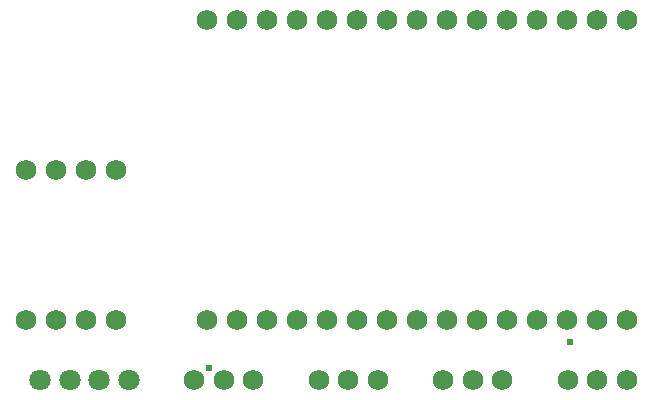
<source format=gbs>
G04 Layer: BottomSolderMaskLayer*
G04 EasyEDA Pro v2.0.30.0bf95a9f.56a808, 2023-06-11 15:17:04*
G04 Gerber Generator version 0.3*
G04 Scale: 100 percent, Rotated: No, Reflected: No*
G04 Dimensions in millimeters*
G04 Leading zeros omitted, absolute positions, 3 integers and 3 decimals*
%FSLAX33Y33*%
%MOMM*%
%ADD10C,1.75*%
%ADD11C,1.8*%
%ADD12C,1.753*%
%ADD13C,0.61*%
G75*


G04 Pad Start*
G54D10*
G01X48474Y8763D03*
G01X45974Y8763D03*
G01X43474Y8763D03*
G01X59015Y8763D03*
G01X56515Y8763D03*
G01X54015Y8763D03*
G54D11*
G01X16831Y8763D03*
G01X14331Y8763D03*
G01X11831Y8763D03*
G01X9331Y8763D03*
G54D10*
G01X37933Y8763D03*
G01X35433Y8763D03*
G01X32933Y8763D03*
G01X27392Y8763D03*
G01X24892Y8763D03*
G01X22392Y8763D03*
G54D12*
G01X59014Y13843D03*
G01X56474Y13843D03*
G01X53934Y13843D03*
G01X51394Y13843D03*
G01X48854Y13843D03*
G01X46314Y13843D03*
G01X43774Y13843D03*
G01X41234Y13843D03*
G01X38694Y13843D03*
G01X36154Y13843D03*
G01X33614Y13843D03*
G01X31074Y13843D03*
G01X28534Y13843D03*
G01X25994Y13843D03*
G01X23454Y13843D03*
G01X59014Y39243D03*
G01X56474Y39243D03*
G01X53934Y39243D03*
G01X51394Y39243D03*
G01X48854Y39243D03*
G01X46314Y39243D03*
G01X43774Y39243D03*
G01X41234Y39243D03*
G01X38694Y39243D03*
G01X36154Y39243D03*
G01X33614Y39243D03*
G01X31074Y39243D03*
G01X28534Y39243D03*
G01X25994Y39243D03*
G01X23454Y39243D03*
G01X15748Y13843D03*
G01X13208Y13843D03*
G01X10668Y13843D03*
G01X8128Y13843D03*
G01X15748Y26543D03*
G01X13208Y26543D03*
G01X10668Y26543D03*
G01X8128Y26543D03*
G04 Pad End*

G04 Via Start*
G54D13*
G01X54229Y11938D03*
G01X23622Y9779D03*
G04 Via End*

M02*

</source>
